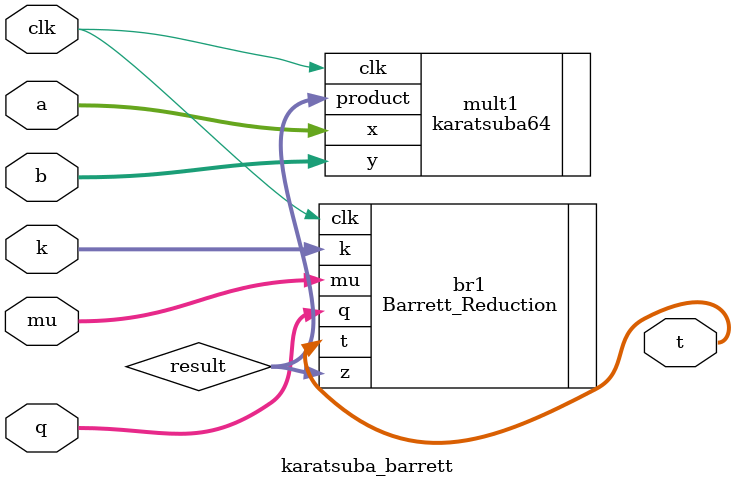
<source format=v>
`timescale 1ns / 1ps

module karatsuba_barrett (
    input wire clk,       // Asynchronous clock input
    input [63:0] a,
    input [63:0] b,
    input [63:0] q,
    input [30:0] mu,
    input [7:0] k,
    output [63:0] t
);

    wire [127:0] result;

    // Instantiate modules
    karatsuba64 mult1 (
        .clk(clk),    // Connect clk to the module
        .x(a[63:0]),
        .y(b[63:0]),
        .product(result[127:0])
    );

    Barrett_Reduction br1 (
        .clk(clk),    // Connect clk to the module
        .z(result[127:0]),
        .q(q[63:0]),
        .mu(mu[30:0]),
        .k(k[7:0]),
        .t(t[63:0])
    );

endmodule
</source>
